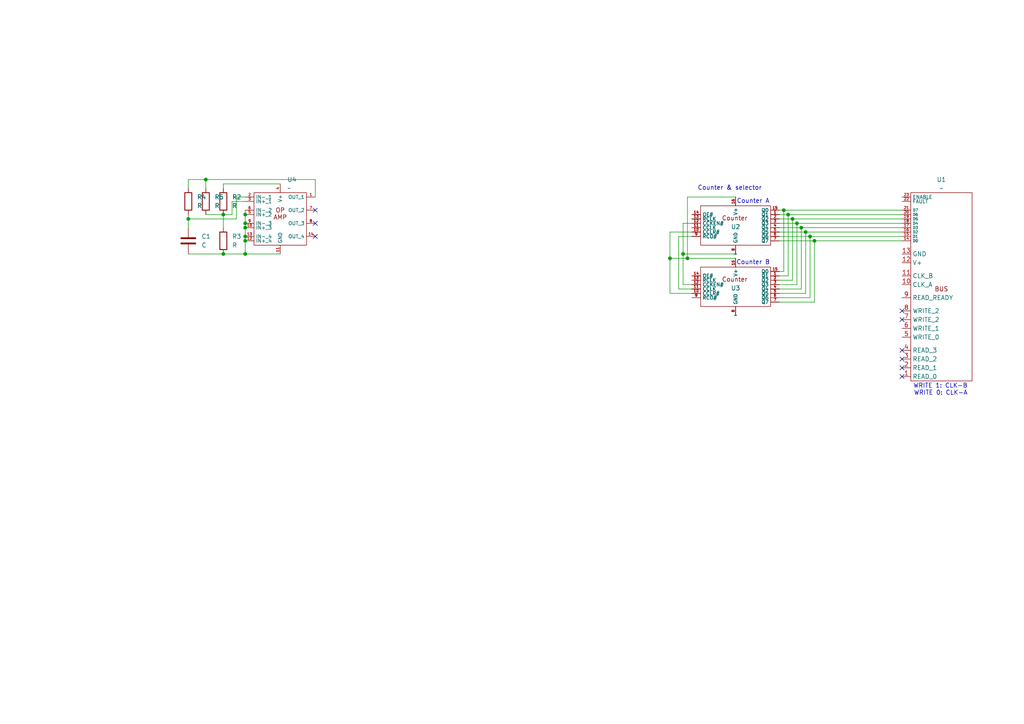
<source format=kicad_sch>
(kicad_sch (version 20231120) (generator "eeschema") (generator_version "8.0")
  (paper "A4")
  (lib_symbols
    (symbol "Device:C" (pin_numbers hide) (pin_names (offset 0.254))
      (property "Reference" "C" (at 0.635 2.54 0))
      (property "Value" "C" (at 0.635 -2.54 0))
      (symbol "C_0_1"
        (polyline (pts (xy -2.032 -0.762) (xy 2.032 -0.762)) (stroke (width 0.508)))
        (polyline (pts (xy -2.032 0.762) (xy 2.032 0.762)) (stroke (width 0.508)))
      )
      (symbol "C_1_1"
        (pin passive line (at 0 3.81 270) (length 2.794) (name "~") (number "1"))
        (pin passive line (at 0 -3.81 90) (length 2.794) (name "~") (number "2"))
      )
    )
    (symbol "Device:R" (pin_numbers hide) (pin_names (offset 0))
      (property "Reference" "R" (at 2.032 0 90))
      (property "Value" "R" (at 0 0 90))
      (symbol "R_0_1"
        (rectangle (start -1.016 -2.54) (end 1.016 2.54) (stroke (width 0.254)))
      )
      (symbol "R_1_1"
        (pin passive line (at 0 3.81 270) (length 1.27) (name "~") (number "1"))
        (pin passive line (at 0 -3.81 90) (length 1.27) (name "~") (number "2"))
      )
    )
    (symbol "custom_symbol_lib:8_bit_counter"
      (property "Reference" "U" (at 0 0.254 0))
      (symbol "8_bit_counter_0_1"
        (rectangle (start -10.16 6.35) (end 10.16 -5.08))
      )
      (symbol "8_bit_counter_1_1"
        (text "Counter" (at -0.254 2.794 0) (effects (font (size 1.27 1.27))))
        (pin output line (at 12.7 3.81 180) (length 2.54) (name "Q1") (number "1"))
        (pin input line (at -12.7 -1.27 0) (length 2.54) (name "CCLR#") (number "10"))
        (pin input line (at -12.7 0 0) (length 2.54) (name "CCLK") (number "11"))
        (pin input line (at -12.7 1.27 0) (length 2.54) (name "CCKEN#") (number "12"))
        (pin input line (at -12.7 2.54 0) (length 2.54) (name "RCLK") (number "13"))
        (pin input line (at -12.7 3.81 0) (length 2.54) (name "OE#") (number "14"))
        (pin output line (at 12.7 5.08 180) (length 2.54) (name "Q0") (number "15"))
        (pin power_in line (at 0 8.89 270) (length 2.54) (name "V+") (number "16"))
        (pin output line (at 12.7 2.54 180) (length 2.54) (name "Q2") (number "2"))
        (pin output line (at 12.7 1.27 180) (length 2.54) (name "Q3") (number "3"))
        (pin output line (at 12.7 0 180) (length 2.54) (name "Q4") (number "4"))
        (pin output line (at 12.7 -1.27 180) (length 2.54) (name "Q5") (number "5"))
        (pin output line (at 12.7 -2.54 180) (length 2.54) (name "Q6") (number "6"))
        (pin output line (at 12.7 -3.81 180) (length 2.54) (name "Q7") (number "7"))
        (pin power_in line (at 0 -7.62 90) (length 2.54) (name "GND") (number "8"))
        (pin output line (at -12.7 -2.54 0) (length 2.54) (name "RCO#") (number "9"))
      )
    )
    (symbol "custom_symbol_lib:OP_AMP_quad"
      (property "Reference" "U" (at -0.254 -2.54 0))
      (symbol "OP_AMP_quad_1_1"
        (rectangle (start -7.62 7.62) (end 7.62 -7.62))
        (text "OP\nAMP" (at 0 1.524 0) (effects (font (size 1.27 1.27))))
        (pin output line (at 10.16 6.35 180) (length 2.54) (name "OUT_1") (number "1"))
        (pin input line (at -10.16 -2.54 0) (length 2.54) (name "IN+_3") (number "10"))
        (pin power_in line (at 0 -10.16 90) (length 2.54) (name "GND") (number "11"))
        (pin input line (at -10.16 -6.35 0) (length 2.54) (name "IN+_4") (number "12"))
        (pin input line (at -10.16 -5.08 0) (length 2.54) (name "IN-_4") (number "13"))
        (pin output line (at 10.16 -5.08 180) (length 2.54) (name "OUT_4") (number "14"))
        (pin input line (at -10.16 6.35 0) (length 2.54) (name "IN-_1") (number "2"))
        (pin input line (at -10.16 5.08 0) (length 2.54) (name "IN+_1") (number "3"))
        (pin power_in line (at 0 10.16 270) (length 2.54) (name "V+") (number "4"))
        (pin input line (at -10.16 1.27 0) (length 2.54) (name "IN+_2") (number "5"))
        (pin input line (at -10.16 2.54 0) (length 2.54) (name "IN-_2") (number "6"))
        (pin output line (at 10.16 2.54 180) (length 2.54) (name "OUT_2") (number "7"))
        (pin output line (at 10.16 -1.27 180) (length 2.54) (name "OUT_3") (number "8"))
        (pin input line (at -10.16 -1.27 0) (length 2.54) (name "IN-_3") (number "9"))
      )
    )
    (symbol "custom_symbol_lib:bus_edge_connector"
      (property "Reference" "U" (at 0 -1.27 0))
      (symbol "bus_edge_connector_0_1"
        (rectangle (start -8.89 27.94) (end 8.89 -26.67))
      )
      (symbol "bus_edge_connector_1_1"
        (text "BUS" (at 0 1.27 0) (effects (font (size 1.27 1.27))))
        (pin bidirectional line (at -11.43 26.67 0) (length 2.54) (name "READ_0") (number "1"))
        (pin bidirectional line (at -11.43 0 0) (length 2.54) (name "CLK_A") (number "10"))
        (pin bidirectional line (at -11.43 -2.54 0) (length 2.54) (name "CLK_B") (number "11"))
        (pin power_out line (at -11.43 -6.35 0) (length 2.54) (name "V+") (number "12"))
        (pin power_out line (at -11.43 -8.89 0) (length 2.54) (name "GND") (number "13"))
        (pin bidirectional line (at -11.43 -12.7 0) (length 2.54) (name "D0") (number "14"))
        (pin bidirectional line (at -11.43 -13.97 0) (length 2.54) (name "D1") (number "15"))
        (pin bidirectional line (at -11.43 -15.24 0) (length 2.54) (name "D2") (number "16"))
        (pin bidirectional line (at -11.43 -16.51 0) (length 2.54) (name "D3") (number "17"))
        (pin bidirectional line (at -11.43 -17.78 0) (length 2.54) (name "D4") (number "18"))
        (pin bidirectional line (at -11.43 -19.05 0) (length 2.54) (name "D5") (number "19"))
        (pin bidirectional line (at -11.43 24.13 0) (length 2.54) (name "READ_1") (number "2"))
        (pin bidirectional line (at -11.43 -20.32 0) (length 2.54) (name "D6") (number "20"))
        (pin bidirectional line (at -11.43 -21.59 0) (length 2.54) (name "D7") (number "21"))
        (pin bidirectional line (at -11.43 -24.13 0) (length 2.54) (name "FAULT") (number "22"))
        (pin bidirectional line (at -11.43 -25.4 0) (length 2.54) (name "ENABLE") (number "23"))
        (pin bidirectional line (at -11.43 21.59 0) (length 2.54) (name "READ_2") (number "3"))
        (pin bidirectional line (at -11.43 19.05 0) (length 2.54) (name "READ_3") (number "4"))
        (pin bidirectional line (at -11.43 15.24 0) (length 2.54) (name "WRITE_0") (number "5"))
        (pin bidirectional line (at -11.43 12.7 0) (length 2.54) (name "WRITE_1") (number "6"))
        (pin bidirectional line (at -11.43 10.16 0) (length 2.54) (name "WRITE_2") (number "7"))
        (pin bidirectional line (at -11.43 7.62 0) (length 2.54) (name "WRITE_2") (number "8"))
        (pin bidirectional line (at -11.43 3.81 0) (length 2.54) (name "READ_READY") (number "9"))
      )
    )
  )
  (junction (at 229.87 63.5))
  (junction (at 71.12 73.66))
  (junction (at 71.12 68.58))
  (junction (at 59.69 52.07))
  (junction (at 228.6 62.23))
  (junction (at 71.12 64.77))
  (junction (at 64.77 62.23))
  (junction (at 199.39 74.93))
  (junction (at 54.61 63.5))
  (junction (at 233.68 67.31))
  (junction (at 71.12 62.23))
  (junction (at 232.41 66.04))
  (junction (at 227.33 60.96))
  (junction (at 234.95 68.58))
  (junction (at 231.14 64.77))
  (junction (at 64.77 73.66))
  (junction (at 236.22 69.85))
  (junction (at 71.12 69.85))
  (junction (at 198.12 73.66))
  (junction (at 71.12 66.04))
  (junction (at 194.31 74.93))
  (no_connect (at 91.44 68.58))
  (no_connect (at 261.62 104.14))
  (no_connect (at 91.44 60.96))
  (no_connect (at 261.62 101.6))
  (no_connect (at 261.62 92.71))
  (no_connect (at 261.62 106.68))
  (no_connect (at 261.62 90.17))
  (no_connect (at 261.62 109.22))
  (no_connect (at 91.44 64.77))
  (wire (pts (xy 231.14 64.77) (xy 261.62 64.77)))
  (wire (pts (xy 226.06 63.5) (xy 229.87 63.5)))
  (wire (pts (xy 233.68 85.09) (xy 233.68 67.31)))
  (wire (pts (xy 71.12 69.85) (xy 71.12 73.66)))
  (wire (pts (xy 226.06 67.31) (xy 233.68 67.31)))
  (wire (pts (xy 226.06 80.01) (xy 228.6 80.01)))
  (wire (pts (xy 198.12 64.77) (xy 200.66 64.77)))
  (wire (pts (xy 213.36 74.93) (xy 199.39 74.93)))
  (wire (pts (xy 54.61 52.07) (xy 54.61 54.61)))
  (wire (pts (xy 196.85 68.58) (xy 196.85 83.82)))
  (wire (pts (xy 236.22 69.85) (xy 261.62 69.85)))
  (wire (pts (xy 54.61 63.5) (xy 54.61 62.23)))
  (wire (pts (xy 198.12 73.66) (xy 198.12 82.55)))
  (wire (pts (xy 228.6 62.23) (xy 261.62 62.23)))
  (wire (pts (xy 67.31 62.23) (xy 64.77 62.23)))
  (wire (pts (xy 213.36 73.66) (xy 198.12 73.66)))
  (wire (pts (xy 194.31 74.93) (xy 199.39 74.93)))
  (wire (pts (xy 228.6 80.01) (xy 228.6 62.23)))
  (wire (pts (xy 194.31 85.09) (xy 200.66 85.09)))
  (wire (pts (xy 68.58 63.5) (xy 54.61 63.5)))
  (wire (pts (xy 200.66 67.31) (xy 194.31 67.31)))
  (wire (pts (xy 194.31 74.93) (xy 194.31 85.09)))
  (wire (pts (xy 54.61 52.07) (xy 59.69 52.07)))
  (wire (pts (xy 232.41 66.04) (xy 261.62 66.04)))
  (wire (pts (xy 71.12 73.66) (xy 81.28 73.66)))
  (wire (pts (xy 226.06 83.82) (xy 232.41 83.82)))
  (wire (pts (xy 226.06 78.74) (xy 227.33 78.74)))
  (wire (pts (xy 68.58 63.5) (xy 68.58 57.15)))
  (wire (pts (xy 227.33 60.96) (xy 261.62 60.96)))
  (wire (pts (xy 226.06 81.28) (xy 229.87 81.28)))
  (wire (pts (xy 59.69 62.23) (xy 64.77 62.23)))
  (wire (pts (xy 64.77 53.34) (xy 64.77 54.61)))
  (wire (pts (xy 198.12 82.55) (xy 200.66 82.55)))
  (wire (pts (xy 71.12 64.77) (xy 71.12 66.04)))
  (wire (pts (xy 226.06 66.04) (xy 232.41 66.04)))
  (wire (pts (xy 226.06 60.96) (xy 227.33 60.96)))
  (wire (pts (xy 200.66 68.58) (xy 196.85 68.58)))
  (wire (pts (xy 231.14 82.55) (xy 231.14 64.77)))
  (wire (pts (xy 54.61 63.5) (xy 54.61 66.04)))
  (wire (pts (xy 59.69 52.07) (xy 91.44 52.07)))
  (wire (pts (xy 64.77 62.23) (xy 64.77 66.04)))
  (wire (pts (xy 226.06 82.55) (xy 231.14 82.55)))
  (wire (pts (xy 233.68 67.31) (xy 261.62 67.31)))
  (wire (pts (xy 227.33 78.74) (xy 227.33 60.96)))
  (wire (pts (xy 198.12 64.77) (xy 198.12 73.66)))
  (wire (pts (xy 226.06 69.85) (xy 236.22 69.85)))
  (wire (pts (xy 199.39 57.15) (xy 213.36 57.15)))
  (wire (pts (xy 71.12 66.04) (xy 71.12 68.58)))
  (wire (pts (xy 71.12 58.42) (xy 67.31 58.42)))
  (wire (pts (xy 234.95 86.36) (xy 234.95 68.58)))
  (wire (pts (xy 194.31 67.31) (xy 194.31 74.93)))
  (wire (pts (xy 64.77 73.66) (xy 71.12 73.66)))
  (wire (pts (xy 226.06 85.09) (xy 233.68 85.09)))
  (wire (pts (xy 226.06 62.23) (xy 228.6 62.23)))
  (wire (pts (xy 226.06 64.77) (xy 231.14 64.77)))
  (wire (pts (xy 236.22 87.63) (xy 236.22 69.85)))
  (wire (pts (xy 71.12 60.96) (xy 71.12 62.23)))
  (wire (pts (xy 232.41 83.82) (xy 232.41 66.04)))
  (wire (pts (xy 59.69 52.07) (xy 59.69 54.61)))
  (wire (pts (xy 226.06 68.58) (xy 234.95 68.58)))
  (wire (pts (xy 226.06 86.36) (xy 234.95 86.36)))
  (wire (pts (xy 91.44 57.15) (xy 91.44 52.07)))
  (wire (pts (xy 196.85 83.82) (xy 200.66 83.82)))
  (wire (pts (xy 234.95 68.58) (xy 261.62 68.58)))
  (wire (pts (xy 199.39 74.93) (xy 199.39 57.15)))
  (wire (pts (xy 229.87 63.5) (xy 261.62 63.5)))
  (wire (pts (xy 226.06 87.63) (xy 236.22 87.63)))
  (wire (pts (xy 229.87 81.28) (xy 229.87 63.5)))
  (wire (pts (xy 81.28 53.34) (xy 64.77 53.34)))
  (wire (pts (xy 71.12 68.58) (xy 71.12 69.85)))
  (wire (pts (xy 67.31 58.42) (xy 67.31 62.23)))
  (wire (pts (xy 71.12 62.23) (xy 71.12 64.77)))
  (wire (pts (xy 68.58 57.15) (xy 71.12 57.15)))
  (wire (pts (xy 54.61 73.66) (xy 64.77 73.66)))
  (text "Counter A" (at 218.44 58.42 0) (effects (font (size 1.27 1.27))))
  (text "Counter & selector" (at 220.98 54.61 0) (effects (font (size 1.27 1.27)) (justify right)))
  (text "WRITE 1: CLK-B\nWRITE 0: CLK-A" (at 280.67 113.03 0) (effects (font (size 1.27 1.27)) (justify right)))
  (text "Counter B" (at 218.44 76.2 0) (effects (font (size 1.27 1.27))))
  (symbol (lib_id "Device:R") (at 64.77 58.42 0) (unit 1)
    (property "Reference" "R2" (at 67.31 57.1499 0) (effects (justify left)))
    (property "Value" "R" (at 67.31 59.6899 0) (effects (justify left)))
    (property "Footprint" "custom_footprint_library:0.4_pitch_resistor" (effects (hide yes)))
    (property "Description" "Resistor" (effects (hide yes)))
  )
  (symbol (lib_id "Device:C") (at 54.61 69.85 0) (unit 1)
    (property "Reference" "C1" (at 58.42 68.5799 0) (effects (justify left)))
    (property "Value" "C" (at 58.42 71.1199 0) (effects (justify left)))
    (property "Footprint" "Capacitor_THT:C_Disc_D5.0mm_W2.5mm_P5.00mm" (effects (hide yes)))
    (property "Description" "Unpolarized capacitor" (effects (hide yes)))
  )
  (symbol (lib_id "Device:R") (at 59.69 58.42 0) (unit 1)
    (property "Reference" "R5" (at 62.23 57.1499 0) (effects (justify left)))
    (property "Value" "R" (at 62.23 59.6899 0) (effects (justify left)))
    (property "Footprint" "custom_footprint_library:0.4_pitch_resistor" (effects (hide yes)))
    (property "Description" "Resistor" (effects (hide yes)))
  )
  (symbol (lib_id "custom_symbol_lib:OP_AMP_quad") (at 81.28 63.5 0) (unit 1)
    (property "Reference" "U4" (at 83.2994 52.07 0) (effects (justify left)))
    (property "Value" "~" (at 83.2994 54.61 0) (effects (justify left)))
    (property "Footprint" "Package_DIP:DIP-14_W7.62mm" (effects (hide yes)))
  )
  (symbol (lib_id "custom_symbol_lib:bus_edge_connector") (at 273.05 82.55 0) (mirror x) (unit 1)
    (property "Reference" "U1" (at 273.05 52.07 0))
    (property "Value" "~" (at 273.05 54.61 0))
    (property "Footprint" "Connector_PinHeader_2.54mm:PinHeader_1x23_P2.54mm_Vertical" (effects (hide yes)))
  )
  (symbol (lib_id "custom_symbol_lib:8_bit_counter") (at 213.36 83.82 0) (unit 1)
    (property "Reference" "U3" (at 213.36 83.566 0))
    (property "Value" "~" (at 213.36 91.44 0))
    (property "Footprint" "Package_DIP:DIP-16_W7.62mm" (effects (hide yes)))
    (property "Datasheet" "https://www.ti.com/lit/ds/symlink/sn74hc590a.pdf" (effects (hide yes)))
  )
  (symbol (lib_id "Device:R") (at 64.77 69.85 0) (unit 1)
    (property "Reference" "R3" (at 67.31 68.5799 0) (effects (justify left)))
    (property "Value" "R" (at 67.31 71.1199 0) (effects (justify left)))
    (property "Footprint" "custom_footprint_library:0.4_pitch_resistor" (effects (hide yes)))
    (property "Description" "Resistor" (effects (hide yes)))
  )
  (symbol (lib_id "custom_symbol_lib:8_bit_counter") (at 213.36 66.04 0) (unit 1)
    (property "Reference" "U2" (at 213.36 65.786 0))
    (property "Value" "~" (at 213.36 73.66 0))
    (property "Footprint" "Package_DIP:DIP-16_W7.62mm" (effects (hide yes)))
    (property "Datasheet" "https://www.ti.com/lit/ds/symlink/sn74hc590a.pdf" (effects (hide yes)))
  )
  (symbol (lib_id "Device:R") (at 54.61 58.42 0) (unit 1)
    (property "Reference" "R4" (at 57.15 57.1499 0) (effects (justify left)))
    (property "Value" "R" (at 57.15 59.6899 0) (effects (justify left)))
    (property "Footprint" "custom_footprint_library:0.4_pitch_resistor" (effects (hide yes)))
    (property "Description" "Resistor" (effects (hide yes)))
  )
)
</source>
